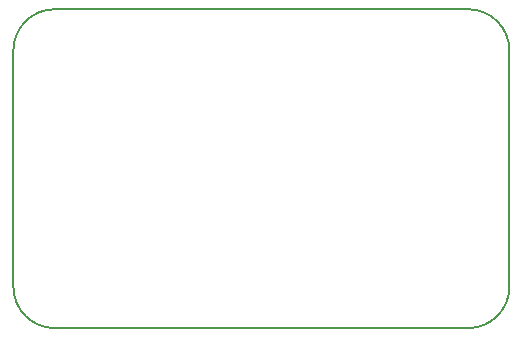
<source format=gbp>
G04 #@! TF.FileFunction,Paste,Bot*
%FSLAX46Y46*%
G04 Gerber Fmt 4.6, Leading zero omitted, Abs format (unit mm)*
G04 Created by KiCad (PCBNEW 4.0.2-stable) date 18/05/2016 22:29:57*
%MOMM*%
G01*
G04 APERTURE LIST*
%ADD10C,0.100000*%
%ADD11C,0.150000*%
G04 APERTURE END LIST*
D10*
D11*
X1500000Y5000000D02*
G75*
G03X5000000Y1500000I3500000J0D01*
G01*
X1500000Y5000000D02*
X1500000Y25000000D01*
X40000000Y1500000D02*
X5000000Y1500000D01*
X43500000Y25000000D02*
X43500000Y5000000D01*
X5000000Y28500000D02*
X40000000Y28500000D01*
X43500000Y25000000D02*
G75*
G03X40000000Y28500000I-3500000J0D01*
G01*
X40000000Y1500000D02*
G75*
G03X43500000Y5000000I0J3500000D01*
G01*
X5000000Y28500000D02*
G75*
G03X1500000Y25000000I0J-3500000D01*
G01*
M02*

</source>
